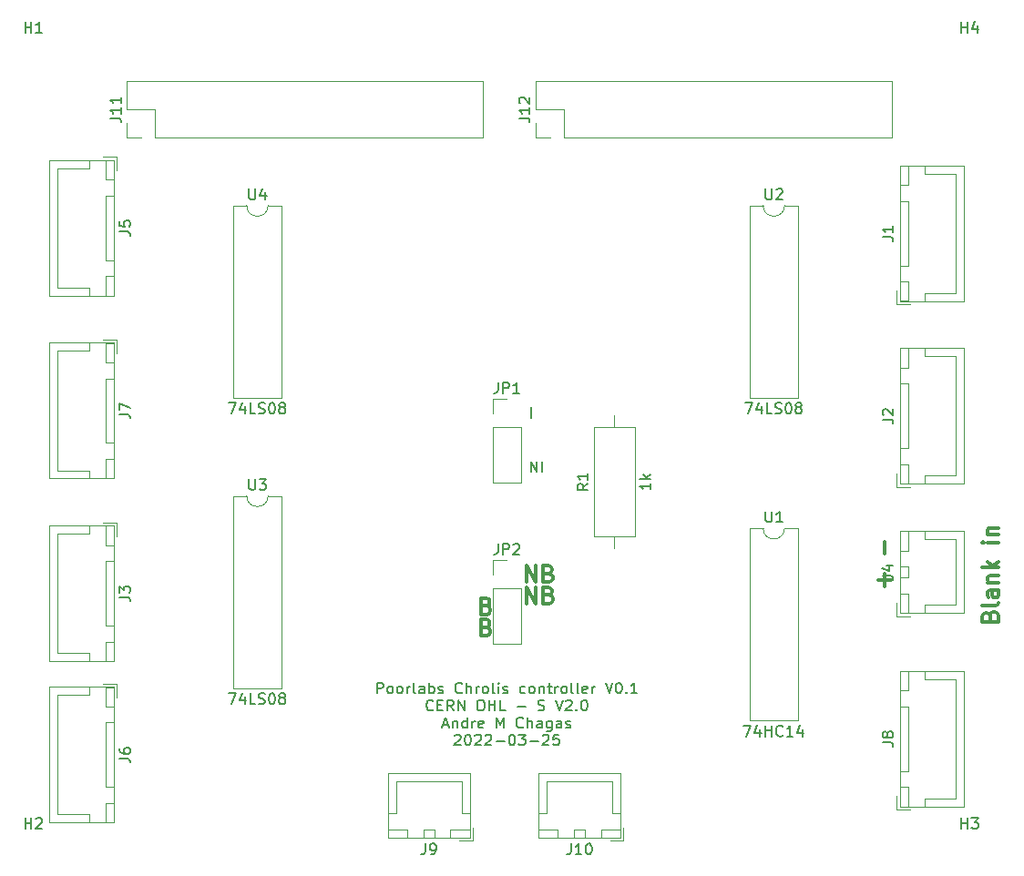
<source format=gbr>
%TF.GenerationSoftware,KiCad,Pcbnew,6.0.6-3a73a75311~116~ubuntu20.04.1*%
%TF.CreationDate,2022-07-30T07:06:59+01:00*%
%TF.ProjectId,blanking_board,626c616e-6b69-46e6-975f-626f6172642e,rev?*%
%TF.SameCoordinates,Original*%
%TF.FileFunction,Legend,Top*%
%TF.FilePolarity,Positive*%
%FSLAX46Y46*%
G04 Gerber Fmt 4.6, Leading zero omitted, Abs format (unit mm)*
G04 Created by KiCad (PCBNEW 6.0.6-3a73a75311~116~ubuntu20.04.1) date 2022-07-30 07:06:59*
%MOMM*%
%LPD*%
G01*
G04 APERTURE LIST*
%ADD10C,0.150000*%
%ADD11C,0.300000*%
%ADD12C,0.200000*%
%ADD13C,0.120000*%
G04 APERTURE END LIST*
D10*
X148226190Y-88452380D02*
X148226190Y-87452380D01*
X148797619Y-88452380D01*
X148797619Y-87452380D01*
X149273809Y-88452380D02*
X149273809Y-87452380D01*
X148250000Y-83452380D02*
X148250000Y-82452380D01*
D11*
X144107142Y-102892857D02*
X144321428Y-102964285D01*
X144392857Y-103035714D01*
X144464285Y-103178571D01*
X144464285Y-103392857D01*
X144392857Y-103535714D01*
X144321428Y-103607142D01*
X144178571Y-103678571D01*
X143607142Y-103678571D01*
X143607142Y-102178571D01*
X144107142Y-102178571D01*
X144250000Y-102250000D01*
X144321428Y-102321428D01*
X144392857Y-102464285D01*
X144392857Y-102607142D01*
X144321428Y-102750000D01*
X144250000Y-102821428D01*
X144107142Y-102892857D01*
X143607142Y-102892857D01*
D12*
X133928571Y-109037380D02*
X133928571Y-108037380D01*
X134309523Y-108037380D01*
X134404761Y-108085000D01*
X134452380Y-108132619D01*
X134500000Y-108227857D01*
X134500000Y-108370714D01*
X134452380Y-108465952D01*
X134404761Y-108513571D01*
X134309523Y-108561190D01*
X133928571Y-108561190D01*
X135071428Y-109037380D02*
X134976190Y-108989761D01*
X134928571Y-108942142D01*
X134880952Y-108846904D01*
X134880952Y-108561190D01*
X134928571Y-108465952D01*
X134976190Y-108418333D01*
X135071428Y-108370714D01*
X135214285Y-108370714D01*
X135309523Y-108418333D01*
X135357142Y-108465952D01*
X135404761Y-108561190D01*
X135404761Y-108846904D01*
X135357142Y-108942142D01*
X135309523Y-108989761D01*
X135214285Y-109037380D01*
X135071428Y-109037380D01*
X135976190Y-109037380D02*
X135880952Y-108989761D01*
X135833333Y-108942142D01*
X135785714Y-108846904D01*
X135785714Y-108561190D01*
X135833333Y-108465952D01*
X135880952Y-108418333D01*
X135976190Y-108370714D01*
X136119047Y-108370714D01*
X136214285Y-108418333D01*
X136261904Y-108465952D01*
X136309523Y-108561190D01*
X136309523Y-108846904D01*
X136261904Y-108942142D01*
X136214285Y-108989761D01*
X136119047Y-109037380D01*
X135976190Y-109037380D01*
X136738095Y-109037380D02*
X136738095Y-108370714D01*
X136738095Y-108561190D02*
X136785714Y-108465952D01*
X136833333Y-108418333D01*
X136928571Y-108370714D01*
X137023809Y-108370714D01*
X137500000Y-109037380D02*
X137404761Y-108989761D01*
X137357142Y-108894523D01*
X137357142Y-108037380D01*
X138309523Y-109037380D02*
X138309523Y-108513571D01*
X138261904Y-108418333D01*
X138166666Y-108370714D01*
X137976190Y-108370714D01*
X137880952Y-108418333D01*
X138309523Y-108989761D02*
X138214285Y-109037380D01*
X137976190Y-109037380D01*
X137880952Y-108989761D01*
X137833333Y-108894523D01*
X137833333Y-108799285D01*
X137880952Y-108704047D01*
X137976190Y-108656428D01*
X138214285Y-108656428D01*
X138309523Y-108608809D01*
X138785714Y-109037380D02*
X138785714Y-108037380D01*
X138785714Y-108418333D02*
X138880952Y-108370714D01*
X139071428Y-108370714D01*
X139166666Y-108418333D01*
X139214285Y-108465952D01*
X139261904Y-108561190D01*
X139261904Y-108846904D01*
X139214285Y-108942142D01*
X139166666Y-108989761D01*
X139071428Y-109037380D01*
X138880952Y-109037380D01*
X138785714Y-108989761D01*
X139642857Y-108989761D02*
X139738095Y-109037380D01*
X139928571Y-109037380D01*
X140023809Y-108989761D01*
X140071428Y-108894523D01*
X140071428Y-108846904D01*
X140023809Y-108751666D01*
X139928571Y-108704047D01*
X139785714Y-108704047D01*
X139690476Y-108656428D01*
X139642857Y-108561190D01*
X139642857Y-108513571D01*
X139690476Y-108418333D01*
X139785714Y-108370714D01*
X139928571Y-108370714D01*
X140023809Y-108418333D01*
X141833333Y-108942142D02*
X141785714Y-108989761D01*
X141642857Y-109037380D01*
X141547619Y-109037380D01*
X141404761Y-108989761D01*
X141309523Y-108894523D01*
X141261904Y-108799285D01*
X141214285Y-108608809D01*
X141214285Y-108465952D01*
X141261904Y-108275476D01*
X141309523Y-108180238D01*
X141404761Y-108085000D01*
X141547619Y-108037380D01*
X141642857Y-108037380D01*
X141785714Y-108085000D01*
X141833333Y-108132619D01*
X142261904Y-109037380D02*
X142261904Y-108037380D01*
X142690476Y-109037380D02*
X142690476Y-108513571D01*
X142642857Y-108418333D01*
X142547619Y-108370714D01*
X142404761Y-108370714D01*
X142309523Y-108418333D01*
X142261904Y-108465952D01*
X143166666Y-109037380D02*
X143166666Y-108370714D01*
X143166666Y-108561190D02*
X143214285Y-108465952D01*
X143261904Y-108418333D01*
X143357142Y-108370714D01*
X143452380Y-108370714D01*
X143928571Y-109037380D02*
X143833333Y-108989761D01*
X143785714Y-108942142D01*
X143738095Y-108846904D01*
X143738095Y-108561190D01*
X143785714Y-108465952D01*
X143833333Y-108418333D01*
X143928571Y-108370714D01*
X144071428Y-108370714D01*
X144166666Y-108418333D01*
X144214285Y-108465952D01*
X144261904Y-108561190D01*
X144261904Y-108846904D01*
X144214285Y-108942142D01*
X144166666Y-108989761D01*
X144071428Y-109037380D01*
X143928571Y-109037380D01*
X144833333Y-109037380D02*
X144738095Y-108989761D01*
X144690476Y-108894523D01*
X144690476Y-108037380D01*
X145214285Y-109037380D02*
X145214285Y-108370714D01*
X145214285Y-108037380D02*
X145166666Y-108085000D01*
X145214285Y-108132619D01*
X145261904Y-108085000D01*
X145214285Y-108037380D01*
X145214285Y-108132619D01*
X145642857Y-108989761D02*
X145738095Y-109037380D01*
X145928571Y-109037380D01*
X146023809Y-108989761D01*
X146071428Y-108894523D01*
X146071428Y-108846904D01*
X146023809Y-108751666D01*
X145928571Y-108704047D01*
X145785714Y-108704047D01*
X145690476Y-108656428D01*
X145642857Y-108561190D01*
X145642857Y-108513571D01*
X145690476Y-108418333D01*
X145785714Y-108370714D01*
X145928571Y-108370714D01*
X146023809Y-108418333D01*
X147690476Y-108989761D02*
X147595238Y-109037380D01*
X147404761Y-109037380D01*
X147309523Y-108989761D01*
X147261904Y-108942142D01*
X147214285Y-108846904D01*
X147214285Y-108561190D01*
X147261904Y-108465952D01*
X147309523Y-108418333D01*
X147404761Y-108370714D01*
X147595238Y-108370714D01*
X147690476Y-108418333D01*
X148261904Y-109037380D02*
X148166666Y-108989761D01*
X148119047Y-108942142D01*
X148071428Y-108846904D01*
X148071428Y-108561190D01*
X148119047Y-108465952D01*
X148166666Y-108418333D01*
X148261904Y-108370714D01*
X148404761Y-108370714D01*
X148500000Y-108418333D01*
X148547619Y-108465952D01*
X148595238Y-108561190D01*
X148595238Y-108846904D01*
X148547619Y-108942142D01*
X148500000Y-108989761D01*
X148404761Y-109037380D01*
X148261904Y-109037380D01*
X149023809Y-108370714D02*
X149023809Y-109037380D01*
X149023809Y-108465952D02*
X149071428Y-108418333D01*
X149166666Y-108370714D01*
X149309523Y-108370714D01*
X149404761Y-108418333D01*
X149452380Y-108513571D01*
X149452380Y-109037380D01*
X149785714Y-108370714D02*
X150166666Y-108370714D01*
X149928571Y-108037380D02*
X149928571Y-108894523D01*
X149976190Y-108989761D01*
X150071428Y-109037380D01*
X150166666Y-109037380D01*
X150500000Y-109037380D02*
X150500000Y-108370714D01*
X150500000Y-108561190D02*
X150547619Y-108465952D01*
X150595238Y-108418333D01*
X150690476Y-108370714D01*
X150785714Y-108370714D01*
X151261904Y-109037380D02*
X151166666Y-108989761D01*
X151119047Y-108942142D01*
X151071428Y-108846904D01*
X151071428Y-108561190D01*
X151119047Y-108465952D01*
X151166666Y-108418333D01*
X151261904Y-108370714D01*
X151404761Y-108370714D01*
X151500000Y-108418333D01*
X151547619Y-108465952D01*
X151595238Y-108561190D01*
X151595238Y-108846904D01*
X151547619Y-108942142D01*
X151500000Y-108989761D01*
X151404761Y-109037380D01*
X151261904Y-109037380D01*
X152166666Y-109037380D02*
X152071428Y-108989761D01*
X152023809Y-108894523D01*
X152023809Y-108037380D01*
X152690476Y-109037380D02*
X152595238Y-108989761D01*
X152547619Y-108894523D01*
X152547619Y-108037380D01*
X153452380Y-108989761D02*
X153357142Y-109037380D01*
X153166666Y-109037380D01*
X153071428Y-108989761D01*
X153023809Y-108894523D01*
X153023809Y-108513571D01*
X153071428Y-108418333D01*
X153166666Y-108370714D01*
X153357142Y-108370714D01*
X153452380Y-108418333D01*
X153500000Y-108513571D01*
X153500000Y-108608809D01*
X153023809Y-108704047D01*
X153928571Y-109037380D02*
X153928571Y-108370714D01*
X153928571Y-108561190D02*
X153976190Y-108465952D01*
X154023809Y-108418333D01*
X154119047Y-108370714D01*
X154214285Y-108370714D01*
X155166666Y-108037380D02*
X155500000Y-109037380D01*
X155833333Y-108037380D01*
X156357142Y-108037380D02*
X156452380Y-108037380D01*
X156547619Y-108085000D01*
X156595238Y-108132619D01*
X156642857Y-108227857D01*
X156690476Y-108418333D01*
X156690476Y-108656428D01*
X156642857Y-108846904D01*
X156595238Y-108942142D01*
X156547619Y-108989761D01*
X156452380Y-109037380D01*
X156357142Y-109037380D01*
X156261904Y-108989761D01*
X156214285Y-108942142D01*
X156166666Y-108846904D01*
X156119047Y-108656428D01*
X156119047Y-108418333D01*
X156166666Y-108227857D01*
X156214285Y-108132619D01*
X156261904Y-108085000D01*
X156357142Y-108037380D01*
X157119047Y-108942142D02*
X157166666Y-108989761D01*
X157119047Y-109037380D01*
X157071428Y-108989761D01*
X157119047Y-108942142D01*
X157119047Y-109037380D01*
X158119047Y-109037380D02*
X157547619Y-109037380D01*
X157833333Y-109037380D02*
X157833333Y-108037380D01*
X157738095Y-108180238D01*
X157642857Y-108275476D01*
X157547619Y-108323095D01*
X139142857Y-110552142D02*
X139095238Y-110599761D01*
X138952380Y-110647380D01*
X138857142Y-110647380D01*
X138714285Y-110599761D01*
X138619047Y-110504523D01*
X138571428Y-110409285D01*
X138523809Y-110218809D01*
X138523809Y-110075952D01*
X138571428Y-109885476D01*
X138619047Y-109790238D01*
X138714285Y-109695000D01*
X138857142Y-109647380D01*
X138952380Y-109647380D01*
X139095238Y-109695000D01*
X139142857Y-109742619D01*
X139571428Y-110123571D02*
X139904761Y-110123571D01*
X140047619Y-110647380D02*
X139571428Y-110647380D01*
X139571428Y-109647380D01*
X140047619Y-109647380D01*
X141047619Y-110647380D02*
X140714285Y-110171190D01*
X140476190Y-110647380D02*
X140476190Y-109647380D01*
X140857142Y-109647380D01*
X140952380Y-109695000D01*
X141000000Y-109742619D01*
X141047619Y-109837857D01*
X141047619Y-109980714D01*
X141000000Y-110075952D01*
X140952380Y-110123571D01*
X140857142Y-110171190D01*
X140476190Y-110171190D01*
X141476190Y-110647380D02*
X141476190Y-109647380D01*
X142047619Y-110647380D01*
X142047619Y-109647380D01*
X143476190Y-109647380D02*
X143666666Y-109647380D01*
X143761904Y-109695000D01*
X143857142Y-109790238D01*
X143904761Y-109980714D01*
X143904761Y-110314047D01*
X143857142Y-110504523D01*
X143761904Y-110599761D01*
X143666666Y-110647380D01*
X143476190Y-110647380D01*
X143380952Y-110599761D01*
X143285714Y-110504523D01*
X143238095Y-110314047D01*
X143238095Y-109980714D01*
X143285714Y-109790238D01*
X143380952Y-109695000D01*
X143476190Y-109647380D01*
X144333333Y-110647380D02*
X144333333Y-109647380D01*
X144333333Y-110123571D02*
X144904761Y-110123571D01*
X144904761Y-110647380D02*
X144904761Y-109647380D01*
X145857142Y-110647380D02*
X145380952Y-110647380D01*
X145380952Y-109647380D01*
X146952380Y-110266428D02*
X147714285Y-110266428D01*
X148904761Y-110599761D02*
X149047619Y-110647380D01*
X149285714Y-110647380D01*
X149380952Y-110599761D01*
X149428571Y-110552142D01*
X149476190Y-110456904D01*
X149476190Y-110361666D01*
X149428571Y-110266428D01*
X149380952Y-110218809D01*
X149285714Y-110171190D01*
X149095238Y-110123571D01*
X149000000Y-110075952D01*
X148952380Y-110028333D01*
X148904761Y-109933095D01*
X148904761Y-109837857D01*
X148952380Y-109742619D01*
X149000000Y-109695000D01*
X149095238Y-109647380D01*
X149333333Y-109647380D01*
X149476190Y-109695000D01*
X150523809Y-109647380D02*
X150857142Y-110647380D01*
X151190476Y-109647380D01*
X151476190Y-109742619D02*
X151523809Y-109695000D01*
X151619047Y-109647380D01*
X151857142Y-109647380D01*
X151952380Y-109695000D01*
X152000000Y-109742619D01*
X152047619Y-109837857D01*
X152047619Y-109933095D01*
X152000000Y-110075952D01*
X151428571Y-110647380D01*
X152047619Y-110647380D01*
X152476190Y-110552142D02*
X152523809Y-110599761D01*
X152476190Y-110647380D01*
X152428571Y-110599761D01*
X152476190Y-110552142D01*
X152476190Y-110647380D01*
X153142857Y-109647380D02*
X153238095Y-109647380D01*
X153333333Y-109695000D01*
X153380952Y-109742619D01*
X153428571Y-109837857D01*
X153476190Y-110028333D01*
X153476190Y-110266428D01*
X153428571Y-110456904D01*
X153380952Y-110552142D01*
X153333333Y-110599761D01*
X153238095Y-110647380D01*
X153142857Y-110647380D01*
X153047619Y-110599761D01*
X153000000Y-110552142D01*
X152952380Y-110456904D01*
X152904761Y-110266428D01*
X152904761Y-110028333D01*
X152952380Y-109837857D01*
X153000000Y-109742619D01*
X153047619Y-109695000D01*
X153142857Y-109647380D01*
X140071428Y-111971666D02*
X140547619Y-111971666D01*
X139976190Y-112257380D02*
X140309523Y-111257380D01*
X140642857Y-112257380D01*
X140976190Y-111590714D02*
X140976190Y-112257380D01*
X140976190Y-111685952D02*
X141023809Y-111638333D01*
X141119047Y-111590714D01*
X141261904Y-111590714D01*
X141357142Y-111638333D01*
X141404761Y-111733571D01*
X141404761Y-112257380D01*
X142309523Y-112257380D02*
X142309523Y-111257380D01*
X142309523Y-112209761D02*
X142214285Y-112257380D01*
X142023809Y-112257380D01*
X141928571Y-112209761D01*
X141880952Y-112162142D01*
X141833333Y-112066904D01*
X141833333Y-111781190D01*
X141880952Y-111685952D01*
X141928571Y-111638333D01*
X142023809Y-111590714D01*
X142214285Y-111590714D01*
X142309523Y-111638333D01*
X142785714Y-112257380D02*
X142785714Y-111590714D01*
X142785714Y-111781190D02*
X142833333Y-111685952D01*
X142880952Y-111638333D01*
X142976190Y-111590714D01*
X143071428Y-111590714D01*
X143785714Y-112209761D02*
X143690476Y-112257380D01*
X143500000Y-112257380D01*
X143404761Y-112209761D01*
X143357142Y-112114523D01*
X143357142Y-111733571D01*
X143404761Y-111638333D01*
X143500000Y-111590714D01*
X143690476Y-111590714D01*
X143785714Y-111638333D01*
X143833333Y-111733571D01*
X143833333Y-111828809D01*
X143357142Y-111924047D01*
X145023809Y-112257380D02*
X145023809Y-111257380D01*
X145357142Y-111971666D01*
X145690476Y-111257380D01*
X145690476Y-112257380D01*
X147500000Y-112162142D02*
X147452380Y-112209761D01*
X147309523Y-112257380D01*
X147214285Y-112257380D01*
X147071428Y-112209761D01*
X146976190Y-112114523D01*
X146928571Y-112019285D01*
X146880952Y-111828809D01*
X146880952Y-111685952D01*
X146928571Y-111495476D01*
X146976190Y-111400238D01*
X147071428Y-111305000D01*
X147214285Y-111257380D01*
X147309523Y-111257380D01*
X147452380Y-111305000D01*
X147500000Y-111352619D01*
X147928571Y-112257380D02*
X147928571Y-111257380D01*
X148357142Y-112257380D02*
X148357142Y-111733571D01*
X148309523Y-111638333D01*
X148214285Y-111590714D01*
X148071428Y-111590714D01*
X147976190Y-111638333D01*
X147928571Y-111685952D01*
X149261904Y-112257380D02*
X149261904Y-111733571D01*
X149214285Y-111638333D01*
X149119047Y-111590714D01*
X148928571Y-111590714D01*
X148833333Y-111638333D01*
X149261904Y-112209761D02*
X149166666Y-112257380D01*
X148928571Y-112257380D01*
X148833333Y-112209761D01*
X148785714Y-112114523D01*
X148785714Y-112019285D01*
X148833333Y-111924047D01*
X148928571Y-111876428D01*
X149166666Y-111876428D01*
X149261904Y-111828809D01*
X150166666Y-111590714D02*
X150166666Y-112400238D01*
X150119047Y-112495476D01*
X150071428Y-112543095D01*
X149976190Y-112590714D01*
X149833333Y-112590714D01*
X149738095Y-112543095D01*
X150166666Y-112209761D02*
X150071428Y-112257380D01*
X149880952Y-112257380D01*
X149785714Y-112209761D01*
X149738095Y-112162142D01*
X149690476Y-112066904D01*
X149690476Y-111781190D01*
X149738095Y-111685952D01*
X149785714Y-111638333D01*
X149880952Y-111590714D01*
X150071428Y-111590714D01*
X150166666Y-111638333D01*
X151071428Y-112257380D02*
X151071428Y-111733571D01*
X151023809Y-111638333D01*
X150928571Y-111590714D01*
X150738095Y-111590714D01*
X150642857Y-111638333D01*
X151071428Y-112209761D02*
X150976190Y-112257380D01*
X150738095Y-112257380D01*
X150642857Y-112209761D01*
X150595238Y-112114523D01*
X150595238Y-112019285D01*
X150642857Y-111924047D01*
X150738095Y-111876428D01*
X150976190Y-111876428D01*
X151071428Y-111828809D01*
X151500000Y-112209761D02*
X151595238Y-112257380D01*
X151785714Y-112257380D01*
X151880952Y-112209761D01*
X151928571Y-112114523D01*
X151928571Y-112066904D01*
X151880952Y-111971666D01*
X151785714Y-111924047D01*
X151642857Y-111924047D01*
X151547619Y-111876428D01*
X151500000Y-111781190D01*
X151500000Y-111733571D01*
X151547619Y-111638333D01*
X151642857Y-111590714D01*
X151785714Y-111590714D01*
X151880952Y-111638333D01*
X141142857Y-112962619D02*
X141190476Y-112915000D01*
X141285714Y-112867380D01*
X141523809Y-112867380D01*
X141619047Y-112915000D01*
X141666666Y-112962619D01*
X141714285Y-113057857D01*
X141714285Y-113153095D01*
X141666666Y-113295952D01*
X141095238Y-113867380D01*
X141714285Y-113867380D01*
X142333333Y-112867380D02*
X142428571Y-112867380D01*
X142523809Y-112915000D01*
X142571428Y-112962619D01*
X142619047Y-113057857D01*
X142666666Y-113248333D01*
X142666666Y-113486428D01*
X142619047Y-113676904D01*
X142571428Y-113772142D01*
X142523809Y-113819761D01*
X142428571Y-113867380D01*
X142333333Y-113867380D01*
X142238095Y-113819761D01*
X142190476Y-113772142D01*
X142142857Y-113676904D01*
X142095238Y-113486428D01*
X142095238Y-113248333D01*
X142142857Y-113057857D01*
X142190476Y-112962619D01*
X142238095Y-112915000D01*
X142333333Y-112867380D01*
X143047619Y-112962619D02*
X143095238Y-112915000D01*
X143190476Y-112867380D01*
X143428571Y-112867380D01*
X143523809Y-112915000D01*
X143571428Y-112962619D01*
X143619047Y-113057857D01*
X143619047Y-113153095D01*
X143571428Y-113295952D01*
X143000000Y-113867380D01*
X143619047Y-113867380D01*
X144000000Y-112962619D02*
X144047619Y-112915000D01*
X144142857Y-112867380D01*
X144380952Y-112867380D01*
X144476190Y-112915000D01*
X144523809Y-112962619D01*
X144571428Y-113057857D01*
X144571428Y-113153095D01*
X144523809Y-113295952D01*
X143952380Y-113867380D01*
X144571428Y-113867380D01*
X145000000Y-113486428D02*
X145761904Y-113486428D01*
X146428571Y-112867380D02*
X146523809Y-112867380D01*
X146619047Y-112915000D01*
X146666666Y-112962619D01*
X146714285Y-113057857D01*
X146761904Y-113248333D01*
X146761904Y-113486428D01*
X146714285Y-113676904D01*
X146666666Y-113772142D01*
X146619047Y-113819761D01*
X146523809Y-113867380D01*
X146428571Y-113867380D01*
X146333333Y-113819761D01*
X146285714Y-113772142D01*
X146238095Y-113676904D01*
X146190476Y-113486428D01*
X146190476Y-113248333D01*
X146238095Y-113057857D01*
X146285714Y-112962619D01*
X146333333Y-112915000D01*
X146428571Y-112867380D01*
X147095238Y-112867380D02*
X147714285Y-112867380D01*
X147380952Y-113248333D01*
X147523809Y-113248333D01*
X147619047Y-113295952D01*
X147666666Y-113343571D01*
X147714285Y-113438809D01*
X147714285Y-113676904D01*
X147666666Y-113772142D01*
X147619047Y-113819761D01*
X147523809Y-113867380D01*
X147238095Y-113867380D01*
X147142857Y-113819761D01*
X147095238Y-113772142D01*
X148142857Y-113486428D02*
X148904761Y-113486428D01*
X149333333Y-112962619D02*
X149380952Y-112915000D01*
X149476190Y-112867380D01*
X149714285Y-112867380D01*
X149809523Y-112915000D01*
X149857142Y-112962619D01*
X149904761Y-113057857D01*
X149904761Y-113153095D01*
X149857142Y-113295952D01*
X149285714Y-113867380D01*
X149904761Y-113867380D01*
X150809523Y-112867380D02*
X150333333Y-112867380D01*
X150285714Y-113343571D01*
X150333333Y-113295952D01*
X150428571Y-113248333D01*
X150666666Y-113248333D01*
X150761904Y-113295952D01*
X150809523Y-113343571D01*
X150857142Y-113438809D01*
X150857142Y-113676904D01*
X150809523Y-113772142D01*
X150761904Y-113819761D01*
X150666666Y-113867380D01*
X150428571Y-113867380D01*
X150333333Y-113819761D01*
X150285714Y-113772142D01*
D11*
X147821428Y-100678571D02*
X147821428Y-99178571D01*
X148678571Y-100678571D01*
X148678571Y-99178571D01*
X149892857Y-99892857D02*
X150107142Y-99964285D01*
X150178571Y-100035714D01*
X150250000Y-100178571D01*
X150250000Y-100392857D01*
X150178571Y-100535714D01*
X150107142Y-100607142D01*
X149964285Y-100678571D01*
X149392857Y-100678571D01*
X149392857Y-99178571D01*
X149892857Y-99178571D01*
X150035714Y-99250000D01*
X150107142Y-99321428D01*
X150178571Y-99464285D01*
X150178571Y-99607142D01*
X150107142Y-99750000D01*
X150035714Y-99821428D01*
X149892857Y-99892857D01*
X149392857Y-99892857D01*
X144107142Y-100892857D02*
X144321428Y-100964285D01*
X144392857Y-101035714D01*
X144464285Y-101178571D01*
X144464285Y-101392857D01*
X144392857Y-101535714D01*
X144321428Y-101607142D01*
X144178571Y-101678571D01*
X143607142Y-101678571D01*
X143607142Y-100178571D01*
X144107142Y-100178571D01*
X144250000Y-100250000D01*
X144321428Y-100321428D01*
X144392857Y-100464285D01*
X144392857Y-100607142D01*
X144321428Y-100750000D01*
X144250000Y-100821428D01*
X144107142Y-100892857D01*
X143607142Y-100892857D01*
X190892857Y-101857142D02*
X190964285Y-101642857D01*
X191035714Y-101571428D01*
X191178571Y-101500000D01*
X191392857Y-101500000D01*
X191535714Y-101571428D01*
X191607142Y-101642857D01*
X191678571Y-101785714D01*
X191678571Y-102357142D01*
X190178571Y-102357142D01*
X190178571Y-101857142D01*
X190250000Y-101714285D01*
X190321428Y-101642857D01*
X190464285Y-101571428D01*
X190607142Y-101571428D01*
X190750000Y-101642857D01*
X190821428Y-101714285D01*
X190892857Y-101857142D01*
X190892857Y-102357142D01*
X191678571Y-100642857D02*
X191607142Y-100785714D01*
X191464285Y-100857142D01*
X190178571Y-100857142D01*
X191678571Y-99428571D02*
X190892857Y-99428571D01*
X190750000Y-99500000D01*
X190678571Y-99642857D01*
X190678571Y-99928571D01*
X190750000Y-100071428D01*
X191607142Y-99428571D02*
X191678571Y-99571428D01*
X191678571Y-99928571D01*
X191607142Y-100071428D01*
X191464285Y-100142857D01*
X191321428Y-100142857D01*
X191178571Y-100071428D01*
X191107142Y-99928571D01*
X191107142Y-99571428D01*
X191035714Y-99428571D01*
X190678571Y-98714285D02*
X191678571Y-98714285D01*
X190821428Y-98714285D02*
X190750000Y-98642857D01*
X190678571Y-98500000D01*
X190678571Y-98285714D01*
X190750000Y-98142857D01*
X190892857Y-98071428D01*
X191678571Y-98071428D01*
X191678571Y-97357142D02*
X190178571Y-97357142D01*
X191107142Y-97214285D02*
X191678571Y-96785714D01*
X190678571Y-96785714D02*
X191250000Y-97357142D01*
X191678571Y-95000000D02*
X190678571Y-95000000D01*
X190178571Y-95000000D02*
X190250000Y-95071428D01*
X190321428Y-95000000D01*
X190250000Y-94928571D01*
X190178571Y-95000000D01*
X190321428Y-95000000D01*
X190678571Y-94285714D02*
X191678571Y-94285714D01*
X190821428Y-94285714D02*
X190750000Y-94214285D01*
X190678571Y-94071428D01*
X190678571Y-93857142D01*
X190750000Y-93714285D01*
X190892857Y-93642857D01*
X191678571Y-93642857D01*
X181107142Y-99071428D02*
X181107142Y-97928571D01*
X181678571Y-98500000D02*
X180535714Y-98500000D01*
X181107142Y-96071428D02*
X181107142Y-94928571D01*
X147821428Y-98678571D02*
X147821428Y-97178571D01*
X148678571Y-98678571D01*
X148678571Y-97178571D01*
X149892857Y-97892857D02*
X150107142Y-97964285D01*
X150178571Y-98035714D01*
X150250000Y-98178571D01*
X150250000Y-98392857D01*
X150178571Y-98535714D01*
X150107142Y-98607142D01*
X149964285Y-98678571D01*
X149392857Y-98678571D01*
X149392857Y-97178571D01*
X149892857Y-97178571D01*
X150035714Y-97250000D01*
X150107142Y-97321428D01*
X150178571Y-97464285D01*
X150178571Y-97607142D01*
X150107142Y-97750000D01*
X150035714Y-97821428D01*
X149892857Y-97892857D01*
X149392857Y-97892857D01*
D10*
%TO.C,J11*%
X109122380Y-55539523D02*
X109836666Y-55539523D01*
X109979523Y-55587142D01*
X110074761Y-55682380D01*
X110122380Y-55825238D01*
X110122380Y-55920476D01*
X110122380Y-54539523D02*
X110122380Y-55110952D01*
X110122380Y-54825238D02*
X109122380Y-54825238D01*
X109265238Y-54920476D01*
X109360476Y-55015714D01*
X109408095Y-55110952D01*
X110122380Y-53587142D02*
X110122380Y-54158571D01*
X110122380Y-53872857D02*
X109122380Y-53872857D01*
X109265238Y-53968095D01*
X109360476Y-54063333D01*
X109408095Y-54158571D01*
%TO.C,J12*%
X147122380Y-55539523D02*
X147836666Y-55539523D01*
X147979523Y-55587142D01*
X148074761Y-55682380D01*
X148122380Y-55825238D01*
X148122380Y-55920476D01*
X148122380Y-54539523D02*
X148122380Y-55110952D01*
X148122380Y-54825238D02*
X147122380Y-54825238D01*
X147265238Y-54920476D01*
X147360476Y-55015714D01*
X147408095Y-55110952D01*
X147217619Y-54158571D02*
X147170000Y-54110952D01*
X147122380Y-54015714D01*
X147122380Y-53777619D01*
X147170000Y-53682380D01*
X147217619Y-53634761D01*
X147312857Y-53587142D01*
X147408095Y-53587142D01*
X147550952Y-53634761D01*
X148122380Y-54206190D01*
X148122380Y-53587142D01*
%TO.C,JP1*%
X145166666Y-80122380D02*
X145166666Y-80836666D01*
X145119047Y-80979523D01*
X145023809Y-81074761D01*
X144880952Y-81122380D01*
X144785714Y-81122380D01*
X145642857Y-81122380D02*
X145642857Y-80122380D01*
X146023809Y-80122380D01*
X146119047Y-80170000D01*
X146166666Y-80217619D01*
X146214285Y-80312857D01*
X146214285Y-80455714D01*
X146166666Y-80550952D01*
X146119047Y-80598571D01*
X146023809Y-80646190D01*
X145642857Y-80646190D01*
X147166666Y-81122380D02*
X146595238Y-81122380D01*
X146880952Y-81122380D02*
X146880952Y-80122380D01*
X146785714Y-80265238D01*
X146690476Y-80360476D01*
X146595238Y-80408095D01*
%TO.C,R1*%
X153532380Y-89546666D02*
X153056190Y-89880000D01*
X153532380Y-90118095D02*
X152532380Y-90118095D01*
X152532380Y-89737142D01*
X152580000Y-89641904D01*
X152627619Y-89594285D01*
X152722857Y-89546666D01*
X152865714Y-89546666D01*
X152960952Y-89594285D01*
X153008571Y-89641904D01*
X153056190Y-89737142D01*
X153056190Y-90118095D01*
X153532380Y-88594285D02*
X153532380Y-89165714D01*
X153532380Y-88880000D02*
X152532380Y-88880000D01*
X152675238Y-88975238D01*
X152770476Y-89070476D01*
X152818095Y-89165714D01*
X159372380Y-89499047D02*
X159372380Y-90070476D01*
X159372380Y-89784761D02*
X158372380Y-89784761D01*
X158515238Y-89880000D01*
X158610476Y-89975238D01*
X158658095Y-90070476D01*
X159372380Y-89070476D02*
X158372380Y-89070476D01*
X158991428Y-88975238D02*
X159372380Y-88689523D01*
X158705714Y-88689523D02*
X159086666Y-89070476D01*
%TO.C,U1*%
X170048095Y-92122380D02*
X170048095Y-92931904D01*
X170095714Y-93027142D01*
X170143333Y-93074761D01*
X170238571Y-93122380D01*
X170429047Y-93122380D01*
X170524285Y-93074761D01*
X170571904Y-93027142D01*
X170619523Y-92931904D01*
X170619523Y-92122380D01*
X171619523Y-93122380D02*
X171048095Y-93122380D01*
X171333809Y-93122380D02*
X171333809Y-92122380D01*
X171238571Y-92265238D01*
X171143333Y-92360476D01*
X171048095Y-92408095D01*
X168024285Y-112022380D02*
X168690952Y-112022380D01*
X168262380Y-113022380D01*
X169500476Y-112355714D02*
X169500476Y-113022380D01*
X169262380Y-111974761D02*
X169024285Y-112689047D01*
X169643333Y-112689047D01*
X170024285Y-113022380D02*
X170024285Y-112022380D01*
X170024285Y-112498571D02*
X170595714Y-112498571D01*
X170595714Y-113022380D02*
X170595714Y-112022380D01*
X171643333Y-112927142D02*
X171595714Y-112974761D01*
X171452857Y-113022380D01*
X171357619Y-113022380D01*
X171214761Y-112974761D01*
X171119523Y-112879523D01*
X171071904Y-112784285D01*
X171024285Y-112593809D01*
X171024285Y-112450952D01*
X171071904Y-112260476D01*
X171119523Y-112165238D01*
X171214761Y-112070000D01*
X171357619Y-112022380D01*
X171452857Y-112022380D01*
X171595714Y-112070000D01*
X171643333Y-112117619D01*
X172595714Y-113022380D02*
X172024285Y-113022380D01*
X172310000Y-113022380D02*
X172310000Y-112022380D01*
X172214761Y-112165238D01*
X172119523Y-112260476D01*
X172024285Y-112308095D01*
X173452857Y-112355714D02*
X173452857Y-113022380D01*
X173214761Y-111974761D02*
X172976666Y-112689047D01*
X173595714Y-112689047D01*
%TO.C,U2*%
X170048095Y-62122380D02*
X170048095Y-62931904D01*
X170095714Y-63027142D01*
X170143333Y-63074761D01*
X170238571Y-63122380D01*
X170429047Y-63122380D01*
X170524285Y-63074761D01*
X170571904Y-63027142D01*
X170619523Y-62931904D01*
X170619523Y-62122380D01*
X171048095Y-62217619D02*
X171095714Y-62170000D01*
X171190952Y-62122380D01*
X171429047Y-62122380D01*
X171524285Y-62170000D01*
X171571904Y-62217619D01*
X171619523Y-62312857D01*
X171619523Y-62408095D01*
X171571904Y-62550952D01*
X171000476Y-63122380D01*
X171619523Y-63122380D01*
X168167142Y-82022380D02*
X168833809Y-82022380D01*
X168405238Y-83022380D01*
X169643333Y-82355714D02*
X169643333Y-83022380D01*
X169405238Y-81974761D02*
X169167142Y-82689047D01*
X169786190Y-82689047D01*
X170643333Y-83022380D02*
X170167142Y-83022380D01*
X170167142Y-82022380D01*
X170929047Y-82974761D02*
X171071904Y-83022380D01*
X171310000Y-83022380D01*
X171405238Y-82974761D01*
X171452857Y-82927142D01*
X171500476Y-82831904D01*
X171500476Y-82736666D01*
X171452857Y-82641428D01*
X171405238Y-82593809D01*
X171310000Y-82546190D01*
X171119523Y-82498571D01*
X171024285Y-82450952D01*
X170976666Y-82403333D01*
X170929047Y-82308095D01*
X170929047Y-82212857D01*
X170976666Y-82117619D01*
X171024285Y-82070000D01*
X171119523Y-82022380D01*
X171357619Y-82022380D01*
X171500476Y-82070000D01*
X172119523Y-82022380D02*
X172214761Y-82022380D01*
X172310000Y-82070000D01*
X172357619Y-82117619D01*
X172405238Y-82212857D01*
X172452857Y-82403333D01*
X172452857Y-82641428D01*
X172405238Y-82831904D01*
X172357619Y-82927142D01*
X172310000Y-82974761D01*
X172214761Y-83022380D01*
X172119523Y-83022380D01*
X172024285Y-82974761D01*
X171976666Y-82927142D01*
X171929047Y-82831904D01*
X171881428Y-82641428D01*
X171881428Y-82403333D01*
X171929047Y-82212857D01*
X171976666Y-82117619D01*
X172024285Y-82070000D01*
X172119523Y-82022380D01*
X173024285Y-82450952D02*
X172929047Y-82403333D01*
X172881428Y-82355714D01*
X172833809Y-82260476D01*
X172833809Y-82212857D01*
X172881428Y-82117619D01*
X172929047Y-82070000D01*
X173024285Y-82022380D01*
X173214761Y-82022380D01*
X173310000Y-82070000D01*
X173357619Y-82117619D01*
X173405238Y-82212857D01*
X173405238Y-82260476D01*
X173357619Y-82355714D01*
X173310000Y-82403333D01*
X173214761Y-82450952D01*
X173024285Y-82450952D01*
X172929047Y-82498571D01*
X172881428Y-82546190D01*
X172833809Y-82641428D01*
X172833809Y-82831904D01*
X172881428Y-82927142D01*
X172929047Y-82974761D01*
X173024285Y-83022380D01*
X173214761Y-83022380D01*
X173310000Y-82974761D01*
X173357619Y-82927142D01*
X173405238Y-82831904D01*
X173405238Y-82641428D01*
X173357619Y-82546190D01*
X173310000Y-82498571D01*
X173214761Y-82450952D01*
%TO.C,U4*%
X122048095Y-62122380D02*
X122048095Y-62931904D01*
X122095714Y-63027142D01*
X122143333Y-63074761D01*
X122238571Y-63122380D01*
X122429047Y-63122380D01*
X122524285Y-63074761D01*
X122571904Y-63027142D01*
X122619523Y-62931904D01*
X122619523Y-62122380D01*
X123524285Y-62455714D02*
X123524285Y-63122380D01*
X123286190Y-62074761D02*
X123048095Y-62789047D01*
X123667142Y-62789047D01*
X120167142Y-82022380D02*
X120833809Y-82022380D01*
X120405238Y-83022380D01*
X121643333Y-82355714D02*
X121643333Y-83022380D01*
X121405238Y-81974761D02*
X121167142Y-82689047D01*
X121786190Y-82689047D01*
X122643333Y-83022380D02*
X122167142Y-83022380D01*
X122167142Y-82022380D01*
X122929047Y-82974761D02*
X123071904Y-83022380D01*
X123310000Y-83022380D01*
X123405238Y-82974761D01*
X123452857Y-82927142D01*
X123500476Y-82831904D01*
X123500476Y-82736666D01*
X123452857Y-82641428D01*
X123405238Y-82593809D01*
X123310000Y-82546190D01*
X123119523Y-82498571D01*
X123024285Y-82450952D01*
X122976666Y-82403333D01*
X122929047Y-82308095D01*
X122929047Y-82212857D01*
X122976666Y-82117619D01*
X123024285Y-82070000D01*
X123119523Y-82022380D01*
X123357619Y-82022380D01*
X123500476Y-82070000D01*
X124119523Y-82022380D02*
X124214761Y-82022380D01*
X124310000Y-82070000D01*
X124357619Y-82117619D01*
X124405238Y-82212857D01*
X124452857Y-82403333D01*
X124452857Y-82641428D01*
X124405238Y-82831904D01*
X124357619Y-82927142D01*
X124310000Y-82974761D01*
X124214761Y-83022380D01*
X124119523Y-83022380D01*
X124024285Y-82974761D01*
X123976666Y-82927142D01*
X123929047Y-82831904D01*
X123881428Y-82641428D01*
X123881428Y-82403333D01*
X123929047Y-82212857D01*
X123976666Y-82117619D01*
X124024285Y-82070000D01*
X124119523Y-82022380D01*
X125024285Y-82450952D02*
X124929047Y-82403333D01*
X124881428Y-82355714D01*
X124833809Y-82260476D01*
X124833809Y-82212857D01*
X124881428Y-82117619D01*
X124929047Y-82070000D01*
X125024285Y-82022380D01*
X125214761Y-82022380D01*
X125310000Y-82070000D01*
X125357619Y-82117619D01*
X125405238Y-82212857D01*
X125405238Y-82260476D01*
X125357619Y-82355714D01*
X125310000Y-82403333D01*
X125214761Y-82450952D01*
X125024285Y-82450952D01*
X124929047Y-82498571D01*
X124881428Y-82546190D01*
X124833809Y-82641428D01*
X124833809Y-82831904D01*
X124881428Y-82927142D01*
X124929047Y-82974761D01*
X125024285Y-83022380D01*
X125214761Y-83022380D01*
X125310000Y-82974761D01*
X125357619Y-82927142D01*
X125405238Y-82831904D01*
X125405238Y-82641428D01*
X125357619Y-82546190D01*
X125310000Y-82498571D01*
X125214761Y-82450952D01*
%TO.C,J1*%
X180902380Y-66583333D02*
X181616666Y-66583333D01*
X181759523Y-66630952D01*
X181854761Y-66726190D01*
X181902380Y-66869047D01*
X181902380Y-66964285D01*
X181902380Y-65583333D02*
X181902380Y-66154761D01*
X181902380Y-65869047D02*
X180902380Y-65869047D01*
X181045238Y-65964285D01*
X181140476Y-66059523D01*
X181188095Y-66154761D01*
%TO.C,J2*%
X180902380Y-83583333D02*
X181616666Y-83583333D01*
X181759523Y-83630952D01*
X181854761Y-83726190D01*
X181902380Y-83869047D01*
X181902380Y-83964285D01*
X180997619Y-83154761D02*
X180950000Y-83107142D01*
X180902380Y-83011904D01*
X180902380Y-82773809D01*
X180950000Y-82678571D01*
X180997619Y-82630952D01*
X181092857Y-82583333D01*
X181188095Y-82583333D01*
X181330952Y-82630952D01*
X181902380Y-83202380D01*
X181902380Y-82583333D01*
%TO.C,J3*%
X110002380Y-100083333D02*
X110716666Y-100083333D01*
X110859523Y-100130952D01*
X110954761Y-100226190D01*
X111002380Y-100369047D01*
X111002380Y-100464285D01*
X110002380Y-99702380D02*
X110002380Y-99083333D01*
X110383333Y-99416666D01*
X110383333Y-99273809D01*
X110430952Y-99178571D01*
X110478571Y-99130952D01*
X110573809Y-99083333D01*
X110811904Y-99083333D01*
X110907142Y-99130952D01*
X110954761Y-99178571D01*
X111002380Y-99273809D01*
X111002380Y-99559523D01*
X110954761Y-99654761D01*
X110907142Y-99702380D01*
%TO.C,J4*%
X180902380Y-98083333D02*
X181616666Y-98083333D01*
X181759523Y-98130952D01*
X181854761Y-98226190D01*
X181902380Y-98369047D01*
X181902380Y-98464285D01*
X181235714Y-97178571D02*
X181902380Y-97178571D01*
X180854761Y-97416666D02*
X181569047Y-97654761D01*
X181569047Y-97035714D01*
%TO.C,J5*%
X110002380Y-66083333D02*
X110716666Y-66083333D01*
X110859523Y-66130952D01*
X110954761Y-66226190D01*
X111002380Y-66369047D01*
X111002380Y-66464285D01*
X110002380Y-65130952D02*
X110002380Y-65607142D01*
X110478571Y-65654761D01*
X110430952Y-65607142D01*
X110383333Y-65511904D01*
X110383333Y-65273809D01*
X110430952Y-65178571D01*
X110478571Y-65130952D01*
X110573809Y-65083333D01*
X110811904Y-65083333D01*
X110907142Y-65130952D01*
X110954761Y-65178571D01*
X111002380Y-65273809D01*
X111002380Y-65511904D01*
X110954761Y-65607142D01*
X110907142Y-65654761D01*
%TO.C,J6*%
X110002380Y-115083333D02*
X110716666Y-115083333D01*
X110859523Y-115130952D01*
X110954761Y-115226190D01*
X111002380Y-115369047D01*
X111002380Y-115464285D01*
X110002380Y-114178571D02*
X110002380Y-114369047D01*
X110050000Y-114464285D01*
X110097619Y-114511904D01*
X110240476Y-114607142D01*
X110430952Y-114654761D01*
X110811904Y-114654761D01*
X110907142Y-114607142D01*
X110954761Y-114559523D01*
X111002380Y-114464285D01*
X111002380Y-114273809D01*
X110954761Y-114178571D01*
X110907142Y-114130952D01*
X110811904Y-114083333D01*
X110573809Y-114083333D01*
X110478571Y-114130952D01*
X110430952Y-114178571D01*
X110383333Y-114273809D01*
X110383333Y-114464285D01*
X110430952Y-114559523D01*
X110478571Y-114607142D01*
X110573809Y-114654761D01*
%TO.C,J7*%
X110002380Y-83083333D02*
X110716666Y-83083333D01*
X110859523Y-83130952D01*
X110954761Y-83226190D01*
X111002380Y-83369047D01*
X111002380Y-83464285D01*
X110002380Y-82702380D02*
X110002380Y-82035714D01*
X111002380Y-82464285D01*
%TO.C,J8*%
X180902380Y-113583333D02*
X181616666Y-113583333D01*
X181759523Y-113630952D01*
X181854761Y-113726190D01*
X181902380Y-113869047D01*
X181902380Y-113964285D01*
X181330952Y-112964285D02*
X181283333Y-113059523D01*
X181235714Y-113107142D01*
X181140476Y-113154761D01*
X181092857Y-113154761D01*
X180997619Y-113107142D01*
X180950000Y-113059523D01*
X180902380Y-112964285D01*
X180902380Y-112773809D01*
X180950000Y-112678571D01*
X180997619Y-112630952D01*
X181092857Y-112583333D01*
X181140476Y-112583333D01*
X181235714Y-112630952D01*
X181283333Y-112678571D01*
X181330952Y-112773809D01*
X181330952Y-112964285D01*
X181378571Y-113059523D01*
X181426190Y-113107142D01*
X181521428Y-113154761D01*
X181711904Y-113154761D01*
X181807142Y-113107142D01*
X181854761Y-113059523D01*
X181902380Y-112964285D01*
X181902380Y-112773809D01*
X181854761Y-112678571D01*
X181807142Y-112630952D01*
X181711904Y-112583333D01*
X181521428Y-112583333D01*
X181426190Y-112630952D01*
X181378571Y-112678571D01*
X181330952Y-112773809D01*
%TO.C,J9*%
X138416666Y-123002380D02*
X138416666Y-123716666D01*
X138369047Y-123859523D01*
X138273809Y-123954761D01*
X138130952Y-124002380D01*
X138035714Y-124002380D01*
X138940476Y-124002380D02*
X139130952Y-124002380D01*
X139226190Y-123954761D01*
X139273809Y-123907142D01*
X139369047Y-123764285D01*
X139416666Y-123573809D01*
X139416666Y-123192857D01*
X139369047Y-123097619D01*
X139321428Y-123050000D01*
X139226190Y-123002380D01*
X139035714Y-123002380D01*
X138940476Y-123050000D01*
X138892857Y-123097619D01*
X138845238Y-123192857D01*
X138845238Y-123430952D01*
X138892857Y-123526190D01*
X138940476Y-123573809D01*
X139035714Y-123621428D01*
X139226190Y-123621428D01*
X139321428Y-123573809D01*
X139369047Y-123526190D01*
X139416666Y-123430952D01*
%TO.C,J10*%
X151940476Y-123002380D02*
X151940476Y-123716666D01*
X151892857Y-123859523D01*
X151797619Y-123954761D01*
X151654761Y-124002380D01*
X151559523Y-124002380D01*
X152940476Y-124002380D02*
X152369047Y-124002380D01*
X152654761Y-124002380D02*
X152654761Y-123002380D01*
X152559523Y-123145238D01*
X152464285Y-123240476D01*
X152369047Y-123288095D01*
X153559523Y-123002380D02*
X153654761Y-123002380D01*
X153750000Y-123050000D01*
X153797619Y-123097619D01*
X153845238Y-123192857D01*
X153892857Y-123383333D01*
X153892857Y-123621428D01*
X153845238Y-123811904D01*
X153797619Y-123907142D01*
X153750000Y-123954761D01*
X153654761Y-124002380D01*
X153559523Y-124002380D01*
X153464285Y-123954761D01*
X153416666Y-123907142D01*
X153369047Y-123811904D01*
X153321428Y-123621428D01*
X153321428Y-123383333D01*
X153369047Y-123192857D01*
X153416666Y-123097619D01*
X153464285Y-123050000D01*
X153559523Y-123002380D01*
%TO.C,U3*%
X122048095Y-89122380D02*
X122048095Y-89931904D01*
X122095714Y-90027142D01*
X122143333Y-90074761D01*
X122238571Y-90122380D01*
X122429047Y-90122380D01*
X122524285Y-90074761D01*
X122571904Y-90027142D01*
X122619523Y-89931904D01*
X122619523Y-89122380D01*
X123000476Y-89122380D02*
X123619523Y-89122380D01*
X123286190Y-89503333D01*
X123429047Y-89503333D01*
X123524285Y-89550952D01*
X123571904Y-89598571D01*
X123619523Y-89693809D01*
X123619523Y-89931904D01*
X123571904Y-90027142D01*
X123524285Y-90074761D01*
X123429047Y-90122380D01*
X123143333Y-90122380D01*
X123048095Y-90074761D01*
X123000476Y-90027142D01*
X120167142Y-109022380D02*
X120833809Y-109022380D01*
X120405238Y-110022380D01*
X121643333Y-109355714D02*
X121643333Y-110022380D01*
X121405238Y-108974761D02*
X121167142Y-109689047D01*
X121786190Y-109689047D01*
X122643333Y-110022380D02*
X122167142Y-110022380D01*
X122167142Y-109022380D01*
X122929047Y-109974761D02*
X123071904Y-110022380D01*
X123310000Y-110022380D01*
X123405238Y-109974761D01*
X123452857Y-109927142D01*
X123500476Y-109831904D01*
X123500476Y-109736666D01*
X123452857Y-109641428D01*
X123405238Y-109593809D01*
X123310000Y-109546190D01*
X123119523Y-109498571D01*
X123024285Y-109450952D01*
X122976666Y-109403333D01*
X122929047Y-109308095D01*
X122929047Y-109212857D01*
X122976666Y-109117619D01*
X123024285Y-109070000D01*
X123119523Y-109022380D01*
X123357619Y-109022380D01*
X123500476Y-109070000D01*
X124119523Y-109022380D02*
X124214761Y-109022380D01*
X124310000Y-109070000D01*
X124357619Y-109117619D01*
X124405238Y-109212857D01*
X124452857Y-109403333D01*
X124452857Y-109641428D01*
X124405238Y-109831904D01*
X124357619Y-109927142D01*
X124310000Y-109974761D01*
X124214761Y-110022380D01*
X124119523Y-110022380D01*
X124024285Y-109974761D01*
X123976666Y-109927142D01*
X123929047Y-109831904D01*
X123881428Y-109641428D01*
X123881428Y-109403333D01*
X123929047Y-109212857D01*
X123976666Y-109117619D01*
X124024285Y-109070000D01*
X124119523Y-109022380D01*
X125024285Y-109450952D02*
X124929047Y-109403333D01*
X124881428Y-109355714D01*
X124833809Y-109260476D01*
X124833809Y-109212857D01*
X124881428Y-109117619D01*
X124929047Y-109070000D01*
X125024285Y-109022380D01*
X125214761Y-109022380D01*
X125310000Y-109070000D01*
X125357619Y-109117619D01*
X125405238Y-109212857D01*
X125405238Y-109260476D01*
X125357619Y-109355714D01*
X125310000Y-109403333D01*
X125214761Y-109450952D01*
X125024285Y-109450952D01*
X124929047Y-109498571D01*
X124881428Y-109546190D01*
X124833809Y-109641428D01*
X124833809Y-109831904D01*
X124881428Y-109927142D01*
X124929047Y-109974761D01*
X125024285Y-110022380D01*
X125214761Y-110022380D01*
X125310000Y-109974761D01*
X125357619Y-109927142D01*
X125405238Y-109831904D01*
X125405238Y-109641428D01*
X125357619Y-109546190D01*
X125310000Y-109498571D01*
X125214761Y-109450952D01*
%TO.C,H1*%
X101238095Y-47602380D02*
X101238095Y-46602380D01*
X101238095Y-47078571D02*
X101809523Y-47078571D01*
X101809523Y-47602380D02*
X101809523Y-46602380D01*
X102809523Y-47602380D02*
X102238095Y-47602380D01*
X102523809Y-47602380D02*
X102523809Y-46602380D01*
X102428571Y-46745238D01*
X102333333Y-46840476D01*
X102238095Y-46888095D01*
%TO.C,H2*%
X101238095Y-121602380D02*
X101238095Y-120602380D01*
X101238095Y-121078571D02*
X101809523Y-121078571D01*
X101809523Y-121602380D02*
X101809523Y-120602380D01*
X102238095Y-120697619D02*
X102285714Y-120650000D01*
X102380952Y-120602380D01*
X102619047Y-120602380D01*
X102714285Y-120650000D01*
X102761904Y-120697619D01*
X102809523Y-120792857D01*
X102809523Y-120888095D01*
X102761904Y-121030952D01*
X102190476Y-121602380D01*
X102809523Y-121602380D01*
%TO.C,H3*%
X188238095Y-121602380D02*
X188238095Y-120602380D01*
X188238095Y-121078571D02*
X188809523Y-121078571D01*
X188809523Y-121602380D02*
X188809523Y-120602380D01*
X189190476Y-120602380D02*
X189809523Y-120602380D01*
X189476190Y-120983333D01*
X189619047Y-120983333D01*
X189714285Y-121030952D01*
X189761904Y-121078571D01*
X189809523Y-121173809D01*
X189809523Y-121411904D01*
X189761904Y-121507142D01*
X189714285Y-121554761D01*
X189619047Y-121602380D01*
X189333333Y-121602380D01*
X189238095Y-121554761D01*
X189190476Y-121507142D01*
%TO.C,H4*%
X188238095Y-47602380D02*
X188238095Y-46602380D01*
X188238095Y-47078571D02*
X188809523Y-47078571D01*
X188809523Y-47602380D02*
X188809523Y-46602380D01*
X189714285Y-46935714D02*
X189714285Y-47602380D01*
X189476190Y-46554761D02*
X189238095Y-47269047D01*
X189857142Y-47269047D01*
%TO.C,JP2*%
X145166666Y-95122380D02*
X145166666Y-95836666D01*
X145119047Y-95979523D01*
X145023809Y-96074761D01*
X144880952Y-96122380D01*
X144785714Y-96122380D01*
X145642857Y-96122380D02*
X145642857Y-95122380D01*
X146023809Y-95122380D01*
X146119047Y-95170000D01*
X146166666Y-95217619D01*
X146214285Y-95312857D01*
X146214285Y-95455714D01*
X146166666Y-95550952D01*
X146119047Y-95598571D01*
X146023809Y-95646190D01*
X145642857Y-95646190D01*
X146595238Y-95217619D02*
X146642857Y-95170000D01*
X146738095Y-95122380D01*
X146976190Y-95122380D01*
X147071428Y-95170000D01*
X147119047Y-95217619D01*
X147166666Y-95312857D01*
X147166666Y-95408095D01*
X147119047Y-95550952D01*
X146547619Y-96122380D01*
X147166666Y-96122380D01*
D13*
%TO.C,J11*%
X113270000Y-57330000D02*
X143810000Y-57330000D01*
X143810000Y-57330000D02*
X143810000Y-52130000D01*
X113270000Y-57330000D02*
X113270000Y-54730000D01*
X110670000Y-54730000D02*
X110670000Y-52130000D01*
X110670000Y-57330000D02*
X110670000Y-56000000D01*
X110670000Y-52130000D02*
X143810000Y-52130000D01*
X113270000Y-54730000D02*
X110670000Y-54730000D01*
X112000000Y-57330000D02*
X110670000Y-57330000D01*
%TO.C,J12*%
X150000000Y-57330000D02*
X148670000Y-57330000D01*
X151270000Y-57330000D02*
X151270000Y-54730000D01*
X151270000Y-57330000D02*
X181810000Y-57330000D01*
X181810000Y-57330000D02*
X181810000Y-52130000D01*
X151270000Y-54730000D02*
X148670000Y-54730000D01*
X148670000Y-52130000D02*
X181810000Y-52130000D01*
X148670000Y-57330000D02*
X148670000Y-56000000D01*
X148670000Y-54730000D02*
X148670000Y-52130000D01*
%TO.C,JP1*%
X144670000Y-81670000D02*
X146000000Y-81670000D01*
X144670000Y-84270000D02*
X147330000Y-84270000D01*
X144670000Y-83000000D02*
X144670000Y-81670000D01*
X147330000Y-84270000D02*
X147330000Y-89410000D01*
X144670000Y-89410000D02*
X147330000Y-89410000D01*
X144670000Y-84270000D02*
X144670000Y-89410000D01*
%TO.C,R1*%
X157920000Y-84310000D02*
X154080000Y-84310000D01*
X156000000Y-95560000D02*
X156000000Y-94450000D01*
X157920000Y-94450000D02*
X157920000Y-84310000D01*
X154080000Y-94450000D02*
X157920000Y-94450000D01*
X156000000Y-83200000D02*
X156000000Y-84310000D01*
X154080000Y-84310000D02*
X154080000Y-94450000D01*
%TO.C,U1*%
X168560000Y-111570000D02*
X173060000Y-111570000D01*
X173060000Y-111570000D02*
X173060000Y-93670000D01*
X173060000Y-93670000D02*
X171810000Y-93670000D01*
X168560000Y-93670000D02*
X168560000Y-111570000D01*
X169810000Y-93670000D02*
X168560000Y-93670000D01*
X169810000Y-93670000D02*
G75*
G03*
X171810000Y-93670000I1000000J0D01*
G01*
%TO.C,U2*%
X173060000Y-81570000D02*
X173060000Y-63670000D01*
X168560000Y-63670000D02*
X168560000Y-81570000D01*
X173060000Y-63670000D02*
X171810000Y-63670000D01*
X169810000Y-63670000D02*
X168560000Y-63670000D01*
X168560000Y-81570000D02*
X173060000Y-81570000D01*
X169810000Y-63670000D02*
G75*
G03*
X171810000Y-63670000I1000000J0D01*
G01*
%TO.C,U4*%
X120560000Y-63670000D02*
X120560000Y-81570000D01*
X125060000Y-63670000D02*
X123810000Y-63670000D01*
X125060000Y-81570000D02*
X125060000Y-63670000D01*
X120560000Y-81570000D02*
X125060000Y-81570000D01*
X121810000Y-63670000D02*
X120560000Y-63670000D01*
X121810000Y-63670000D02*
G75*
G03*
X123810000Y-63670000I1000000J0D01*
G01*
%TO.C,J1*%
X183300000Y-63250000D02*
X182550000Y-63250000D01*
X182550000Y-59950000D02*
X182550000Y-61750000D01*
X188510000Y-72560000D02*
X188510000Y-59940000D01*
X182550000Y-61750000D02*
X183300000Y-61750000D01*
X182550000Y-70750000D02*
X182550000Y-72550000D01*
X183300000Y-70750000D02*
X182550000Y-70750000D01*
X184800000Y-60700000D02*
X187750000Y-60700000D01*
X184800000Y-72550000D02*
X184800000Y-71800000D01*
X182540000Y-72560000D02*
X188510000Y-72560000D01*
X183300000Y-61750000D02*
X183300000Y-59950000D01*
X188510000Y-59940000D02*
X182540000Y-59940000D01*
X182250000Y-72850000D02*
X183500000Y-72850000D01*
X184800000Y-71800000D02*
X187750000Y-71800000D01*
X182540000Y-59940000D02*
X182540000Y-72560000D01*
X183300000Y-59950000D02*
X182550000Y-59950000D01*
X182550000Y-63250000D02*
X182550000Y-69250000D01*
X182550000Y-69250000D02*
X183300000Y-69250000D01*
X187750000Y-71800000D02*
X187750000Y-66250000D01*
X184800000Y-59950000D02*
X184800000Y-60700000D01*
X182550000Y-72550000D02*
X183300000Y-72550000D01*
X182250000Y-71600000D02*
X182250000Y-72850000D01*
X183300000Y-69250000D02*
X183300000Y-63250000D01*
X183300000Y-72550000D02*
X183300000Y-70750000D01*
X187750000Y-60700000D02*
X187750000Y-66250000D01*
%TO.C,J2*%
X182550000Y-86250000D02*
X183300000Y-86250000D01*
X188510000Y-89560000D02*
X188510000Y-76940000D01*
X183300000Y-80250000D02*
X182550000Y-80250000D01*
X182550000Y-78750000D02*
X183300000Y-78750000D01*
X184800000Y-76950000D02*
X184800000Y-77700000D01*
X184800000Y-88800000D02*
X187750000Y-88800000D01*
X182250000Y-89850000D02*
X183500000Y-89850000D01*
X182550000Y-80250000D02*
X182550000Y-86250000D01*
X183300000Y-76950000D02*
X182550000Y-76950000D01*
X183300000Y-86250000D02*
X183300000Y-80250000D01*
X182540000Y-76940000D02*
X182540000Y-89560000D01*
X182550000Y-76950000D02*
X182550000Y-78750000D01*
X182550000Y-87750000D02*
X182550000Y-89550000D01*
X187750000Y-77700000D02*
X187750000Y-83250000D01*
X187750000Y-88800000D02*
X187750000Y-83250000D01*
X182250000Y-88600000D02*
X182250000Y-89850000D01*
X184800000Y-89550000D02*
X184800000Y-88800000D01*
X183300000Y-78750000D02*
X183300000Y-76950000D01*
X182550000Y-89550000D02*
X183300000Y-89550000D01*
X184800000Y-77700000D02*
X187750000Y-77700000D01*
X183300000Y-87750000D02*
X182550000Y-87750000D01*
X182540000Y-89560000D02*
X188510000Y-89560000D01*
X183300000Y-89550000D02*
X183300000Y-87750000D01*
X188510000Y-76940000D02*
X182540000Y-76940000D01*
%TO.C,J3*%
X109450000Y-96750000D02*
X108700000Y-96750000D01*
X107200000Y-94200000D02*
X104250000Y-94200000D01*
X109750000Y-94400000D02*
X109750000Y-93150000D01*
X109460000Y-93440000D02*
X103490000Y-93440000D01*
X108700000Y-95250000D02*
X109450000Y-95250000D01*
X109450000Y-106050000D02*
X109450000Y-104250000D01*
X107200000Y-105300000D02*
X104250000Y-105300000D01*
X104250000Y-94200000D02*
X104250000Y-99750000D01*
X108700000Y-102750000D02*
X109450000Y-102750000D01*
X109450000Y-93450000D02*
X108700000Y-93450000D01*
X104250000Y-105300000D02*
X104250000Y-99750000D01*
X109450000Y-102750000D02*
X109450000Y-96750000D01*
X109750000Y-93150000D02*
X108500000Y-93150000D01*
X103490000Y-93440000D02*
X103490000Y-106060000D01*
X108700000Y-104250000D02*
X108700000Y-106050000D01*
X108700000Y-106050000D02*
X109450000Y-106050000D01*
X108700000Y-93450000D02*
X108700000Y-95250000D01*
X109450000Y-95250000D02*
X109450000Y-93450000D01*
X108700000Y-96750000D02*
X108700000Y-102750000D01*
X107200000Y-93450000D02*
X107200000Y-94200000D01*
X109450000Y-104250000D02*
X108700000Y-104250000D01*
X109460000Y-106060000D02*
X109460000Y-93440000D01*
X103490000Y-106060000D02*
X109460000Y-106060000D01*
X107200000Y-106050000D02*
X107200000Y-105300000D01*
%TO.C,J4*%
X183300000Y-101550000D02*
X183300000Y-99750000D01*
X184800000Y-93950000D02*
X184800000Y-94700000D01*
X187750000Y-94700000D02*
X187750000Y-97750000D01*
X188510000Y-93940000D02*
X182540000Y-93940000D01*
X184800000Y-94700000D02*
X187750000Y-94700000D01*
X182550000Y-99750000D02*
X182550000Y-101550000D01*
X183300000Y-97250000D02*
X182550000Y-97250000D01*
X184800000Y-100800000D02*
X187750000Y-100800000D01*
X183300000Y-95750000D02*
X183300000Y-93950000D01*
X182550000Y-101550000D02*
X183300000Y-101550000D01*
X182550000Y-93950000D02*
X182550000Y-95750000D01*
X188510000Y-101560000D02*
X188510000Y-93940000D01*
X182540000Y-101560000D02*
X188510000Y-101560000D01*
X182250000Y-100600000D02*
X182250000Y-101850000D01*
X183300000Y-99750000D02*
X182550000Y-99750000D01*
X182550000Y-97250000D02*
X182550000Y-98250000D01*
X182550000Y-98250000D02*
X183300000Y-98250000D01*
X183300000Y-93950000D02*
X182550000Y-93950000D01*
X182550000Y-95750000D02*
X183300000Y-95750000D01*
X182250000Y-101850000D02*
X183500000Y-101850000D01*
X187750000Y-100800000D02*
X187750000Y-97750000D01*
X184800000Y-101550000D02*
X184800000Y-100800000D01*
X182540000Y-93940000D02*
X182540000Y-101560000D01*
X183300000Y-98250000D02*
X183300000Y-97250000D01*
%TO.C,J5*%
X108700000Y-59450000D02*
X108700000Y-61250000D01*
X108700000Y-68750000D02*
X109450000Y-68750000D01*
X109450000Y-59450000D02*
X108700000Y-59450000D01*
X109750000Y-59150000D02*
X108500000Y-59150000D01*
X109450000Y-62750000D02*
X108700000Y-62750000D01*
X107200000Y-59450000D02*
X107200000Y-60200000D01*
X107200000Y-72050000D02*
X107200000Y-71300000D01*
X109460000Y-72060000D02*
X109460000Y-59440000D01*
X109450000Y-61250000D02*
X109450000Y-59450000D01*
X109450000Y-72050000D02*
X109450000Y-70250000D01*
X103490000Y-59440000D02*
X103490000Y-72060000D01*
X109750000Y-60400000D02*
X109750000Y-59150000D01*
X107200000Y-71300000D02*
X104250000Y-71300000D01*
X107200000Y-60200000D02*
X104250000Y-60200000D01*
X109460000Y-59440000D02*
X103490000Y-59440000D01*
X108700000Y-62750000D02*
X108700000Y-68750000D01*
X108700000Y-61250000D02*
X109450000Y-61250000D01*
X108700000Y-72050000D02*
X109450000Y-72050000D01*
X104250000Y-60200000D02*
X104250000Y-65750000D01*
X109450000Y-68750000D02*
X109450000Y-62750000D01*
X109450000Y-70250000D02*
X108700000Y-70250000D01*
X103490000Y-72060000D02*
X109460000Y-72060000D01*
X104250000Y-71300000D02*
X104250000Y-65750000D01*
X108700000Y-70250000D02*
X108700000Y-72050000D01*
%TO.C,J6*%
X107200000Y-108450000D02*
X107200000Y-109200000D01*
X109450000Y-111750000D02*
X108700000Y-111750000D01*
X109460000Y-108440000D02*
X103490000Y-108440000D01*
X109750000Y-109400000D02*
X109750000Y-108150000D01*
X109450000Y-108450000D02*
X108700000Y-108450000D01*
X109450000Y-117750000D02*
X109450000Y-111750000D01*
X107200000Y-109200000D02*
X104250000Y-109200000D01*
X108700000Y-117750000D02*
X109450000Y-117750000D01*
X109450000Y-119250000D02*
X108700000Y-119250000D01*
X107200000Y-120300000D02*
X104250000Y-120300000D01*
X109460000Y-121060000D02*
X109460000Y-108440000D01*
X108700000Y-108450000D02*
X108700000Y-110250000D01*
X104250000Y-109200000D02*
X104250000Y-114750000D01*
X108700000Y-110250000D02*
X109450000Y-110250000D01*
X103490000Y-108440000D02*
X103490000Y-121060000D01*
X108700000Y-121050000D02*
X109450000Y-121050000D01*
X104250000Y-120300000D02*
X104250000Y-114750000D01*
X109450000Y-110250000D02*
X109450000Y-108450000D01*
X109450000Y-121050000D02*
X109450000Y-119250000D01*
X107200000Y-121050000D02*
X107200000Y-120300000D01*
X103490000Y-121060000D02*
X109460000Y-121060000D01*
X108700000Y-119250000D02*
X108700000Y-121050000D01*
X108700000Y-111750000D02*
X108700000Y-117750000D01*
X109750000Y-108150000D02*
X108500000Y-108150000D01*
%TO.C,J7*%
X107200000Y-77200000D02*
X104250000Y-77200000D01*
X109460000Y-76440000D02*
X103490000Y-76440000D01*
X104250000Y-77200000D02*
X104250000Y-82750000D01*
X109450000Y-85750000D02*
X109450000Y-79750000D01*
X109450000Y-89050000D02*
X109450000Y-87250000D01*
X109450000Y-76450000D02*
X108700000Y-76450000D01*
X108700000Y-85750000D02*
X109450000Y-85750000D01*
X109450000Y-78250000D02*
X109450000Y-76450000D01*
X108700000Y-87250000D02*
X108700000Y-89050000D01*
X108700000Y-78250000D02*
X109450000Y-78250000D01*
X108700000Y-76450000D02*
X108700000Y-78250000D01*
X104250000Y-88300000D02*
X104250000Y-82750000D01*
X108700000Y-89050000D02*
X109450000Y-89050000D01*
X109750000Y-76150000D02*
X108500000Y-76150000D01*
X103490000Y-89060000D02*
X109460000Y-89060000D01*
X108700000Y-79750000D02*
X108700000Y-85750000D01*
X107200000Y-76450000D02*
X107200000Y-77200000D01*
X103490000Y-76440000D02*
X103490000Y-89060000D01*
X109450000Y-79750000D02*
X108700000Y-79750000D01*
X107200000Y-89050000D02*
X107200000Y-88300000D01*
X109460000Y-89060000D02*
X109460000Y-76440000D01*
X109450000Y-87250000D02*
X108700000Y-87250000D01*
X107200000Y-88300000D02*
X104250000Y-88300000D01*
X109750000Y-77400000D02*
X109750000Y-76150000D01*
%TO.C,J8*%
X182550000Y-116250000D02*
X183300000Y-116250000D01*
X182540000Y-119560000D02*
X188510000Y-119560000D01*
X184800000Y-118800000D02*
X187750000Y-118800000D01*
X187750000Y-107700000D02*
X187750000Y-113250000D01*
X184800000Y-106950000D02*
X184800000Y-107700000D01*
X182550000Y-108750000D02*
X183300000Y-108750000D01*
X188510000Y-119560000D02*
X188510000Y-106940000D01*
X182250000Y-119850000D02*
X183500000Y-119850000D01*
X188510000Y-106940000D02*
X182540000Y-106940000D01*
X184800000Y-107700000D02*
X187750000Y-107700000D01*
X182540000Y-106940000D02*
X182540000Y-119560000D01*
X182550000Y-119550000D02*
X183300000Y-119550000D01*
X182550000Y-106950000D02*
X182550000Y-108750000D01*
X183300000Y-106950000D02*
X182550000Y-106950000D01*
X182550000Y-117750000D02*
X182550000Y-119550000D01*
X183300000Y-110250000D02*
X182550000Y-110250000D01*
X183300000Y-117750000D02*
X182550000Y-117750000D01*
X183300000Y-116250000D02*
X183300000Y-110250000D01*
X187750000Y-118800000D02*
X187750000Y-113250000D01*
X184800000Y-119550000D02*
X184800000Y-118800000D01*
X183300000Y-119550000D02*
X183300000Y-117750000D01*
X182550000Y-110250000D02*
X182550000Y-116250000D01*
X182250000Y-118600000D02*
X182250000Y-119850000D01*
X183300000Y-108750000D02*
X183300000Y-106950000D01*
%TO.C,J9*%
X136750000Y-122450000D02*
X136750000Y-121700000D01*
X140750000Y-121700000D02*
X140750000Y-122450000D01*
X134950000Y-122450000D02*
X136750000Y-122450000D01*
X134940000Y-122460000D02*
X142560000Y-122460000D01*
X142850000Y-122750000D02*
X142850000Y-121500000D01*
X142550000Y-121700000D02*
X140750000Y-121700000D01*
X134950000Y-121700000D02*
X134950000Y-122450000D01*
X134940000Y-116490000D02*
X134940000Y-122460000D01*
X136750000Y-121700000D02*
X134950000Y-121700000D01*
X134950000Y-120200000D02*
X135700000Y-120200000D01*
X141800000Y-120200000D02*
X141800000Y-117250000D01*
X140750000Y-122450000D02*
X142550000Y-122450000D01*
X142550000Y-122450000D02*
X142550000Y-121700000D01*
X135700000Y-120200000D02*
X135700000Y-117250000D01*
X138250000Y-122450000D02*
X139250000Y-122450000D01*
X135700000Y-117250000D02*
X138750000Y-117250000D01*
X139250000Y-121700000D02*
X138250000Y-121700000D01*
X142550000Y-120200000D02*
X141800000Y-120200000D01*
X142560000Y-122460000D02*
X142560000Y-116490000D01*
X141600000Y-122750000D02*
X142850000Y-122750000D01*
X138250000Y-121700000D02*
X138250000Y-122450000D01*
X139250000Y-122450000D02*
X139250000Y-121700000D01*
X141800000Y-117250000D02*
X138750000Y-117250000D01*
X142560000Y-116490000D02*
X134940000Y-116490000D01*
%TO.C,J10*%
X149700000Y-117250000D02*
X152750000Y-117250000D01*
X148940000Y-116490000D02*
X148940000Y-122460000D01*
X148950000Y-121700000D02*
X148950000Y-122450000D01*
X156850000Y-122750000D02*
X156850000Y-121500000D01*
X154750000Y-122450000D02*
X156550000Y-122450000D01*
X152250000Y-121700000D02*
X152250000Y-122450000D01*
X156550000Y-122450000D02*
X156550000Y-121700000D01*
X148940000Y-122460000D02*
X156560000Y-122460000D01*
X153250000Y-121700000D02*
X152250000Y-121700000D01*
X150750000Y-122450000D02*
X150750000Y-121700000D01*
X156560000Y-116490000D02*
X148940000Y-116490000D01*
X156550000Y-120200000D02*
X155800000Y-120200000D01*
X155800000Y-117250000D02*
X152750000Y-117250000D01*
X150750000Y-121700000D02*
X148950000Y-121700000D01*
X156550000Y-121700000D02*
X154750000Y-121700000D01*
X153250000Y-122450000D02*
X153250000Y-121700000D01*
X155600000Y-122750000D02*
X156850000Y-122750000D01*
X148950000Y-122450000D02*
X150750000Y-122450000D01*
X152250000Y-122450000D02*
X153250000Y-122450000D01*
X155800000Y-120200000D02*
X155800000Y-117250000D01*
X156560000Y-122460000D02*
X156560000Y-116490000D01*
X148950000Y-120200000D02*
X149700000Y-120200000D01*
X149700000Y-120200000D02*
X149700000Y-117250000D01*
X154750000Y-121700000D02*
X154750000Y-122450000D01*
%TO.C,U3*%
X125060000Y-108570000D02*
X125060000Y-90670000D01*
X125060000Y-90670000D02*
X123810000Y-90670000D01*
X120560000Y-108570000D02*
X125060000Y-108570000D01*
X121810000Y-90670000D02*
X120560000Y-90670000D01*
X120560000Y-90670000D02*
X120560000Y-108570000D01*
X121810000Y-90670000D02*
G75*
G03*
X123810000Y-90670000I1000000J0D01*
G01*
%TO.C,JP2*%
X144670000Y-96670000D02*
X146000000Y-96670000D01*
X147330000Y-99270000D02*
X147330000Y-104410000D01*
X144670000Y-104410000D02*
X147330000Y-104410000D01*
X144670000Y-99270000D02*
X147330000Y-99270000D01*
X144670000Y-99270000D02*
X144670000Y-104410000D01*
X144670000Y-98000000D02*
X144670000Y-96670000D01*
%TD*%
M02*

</source>
